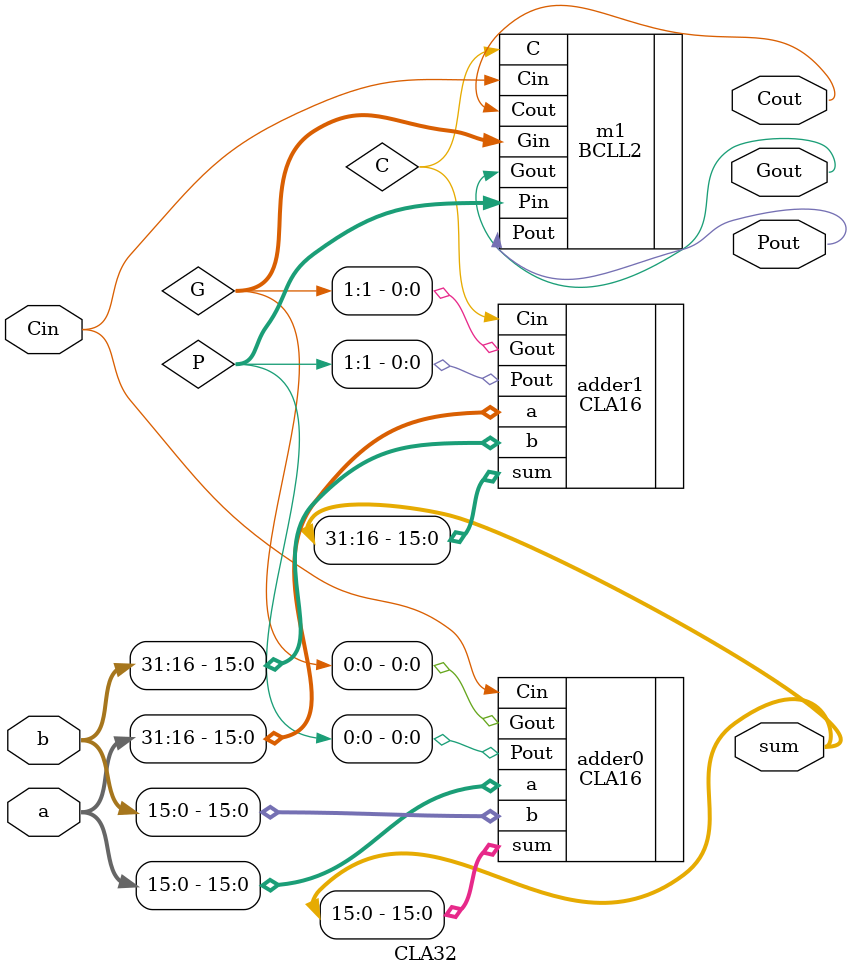
<source format=v>
`timescale 1ns / 1ps

module CLA32(
    input  [31:0] a,         // 32ºñÆ® ÀÔ·Â a
    input  [31:0] b,         // 32ºñÆ® ÀÔ·Â b
    input         Cin,       // ÀÔ·Â Ä³¸® ºñÆ® Cin
    output [31:0] sum,       // 32ºñÆ® Ãâ·Â ÇÕ°è sum
    output        Gout,      // Ãâ·Â ÀüÃ¼ »ý¼º ºñÆ® Gout
    output        Pout,      // Ãâ·Â ÀüÃ¼ Àü´Þ ºñÆ® Pout
    output        Cout       // Ãâ·Â Ä³¸® ºñÆ® Cout
    );

// ³»ºÎ »ý¼º ¹× Àü´Þ ºñÆ®¸¦ ÀúÀåÇÏ±â À§ÇÑ 2ºñÆ® ¿ÍÀÌ¾î G¿Í P ¼±¾ð
wire [1:0]  G;
wire [1:0]  P;
// µÎ 16ºñÆ® µ¡¼À±âÀÇ °á°ú Ä³¸®¸¦ Àü´ÞÇÏ´Â ¿ÍÀÌ¾î C ¼±¾ð
wire        C;

// 16ºñÆ® µ¡¼À±â ¸ðµâ CLA16 µÎ °³¸¦ ÀÌ¿ëÇÏ¿© 32ºñÆ® µ¡¼ÀÀ» ¼öÇà
CLA16 adder0(.a(a[15:0]),   .b(b[15:0]),   .Cin(Cin),    .sum(sum[15:0]),   .Gout(G[0]), .Pout(P[0])); // ÇÏÀ§ 16ºñÆ® µ¡¼À
CLA16 adder1(.a(a[31:16]),   .b(b[31:16]),   .Cin(C),    .sum(sum[31:16]),   .Gout(G[1]), .Pout(P[1])); // »óÀ§ 16ºñÆ® µ¡¼À

// ÀüÃ¼ »ý¼º ¹× Àü´Þ ºñÆ®¸¦ °è»êÇÏ°í Ãâ·Â Ä³¸® ºñÆ®¸¦ °è»êÇÏ´Â ºí·Ï Ä³¸® ·è¾îÇìµå ·ÎÁ÷ BCLL2 ¸ðµâ »ç¿ë
BCLL2 m1(.Gin(G), .Pin(P), .Cin(Cin), .Gout(Gout), .Pout(Pout), .C(C), .Cout(Cout));

endmodule

</source>
